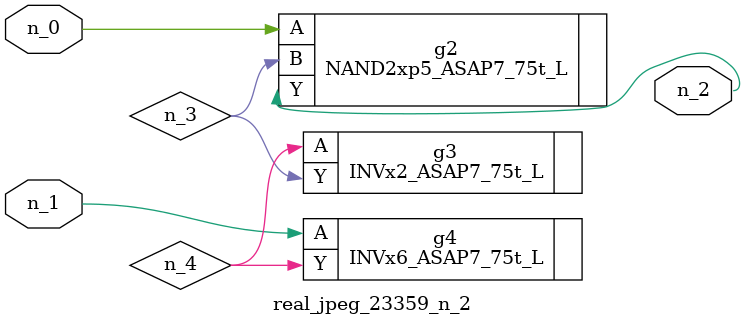
<source format=v>
module real_jpeg_23359_n_2 (n_1, n_0, n_2);

input n_1;
input n_0;

output n_2;

wire n_4;
wire n_3;

NAND2xp5_ASAP7_75t_L g2 ( 
.A(n_0),
.B(n_3),
.Y(n_2)
);

INVx6_ASAP7_75t_L g4 ( 
.A(n_1),
.Y(n_4)
);

INVx2_ASAP7_75t_L g3 ( 
.A(n_4),
.Y(n_3)
);


endmodule
</source>
